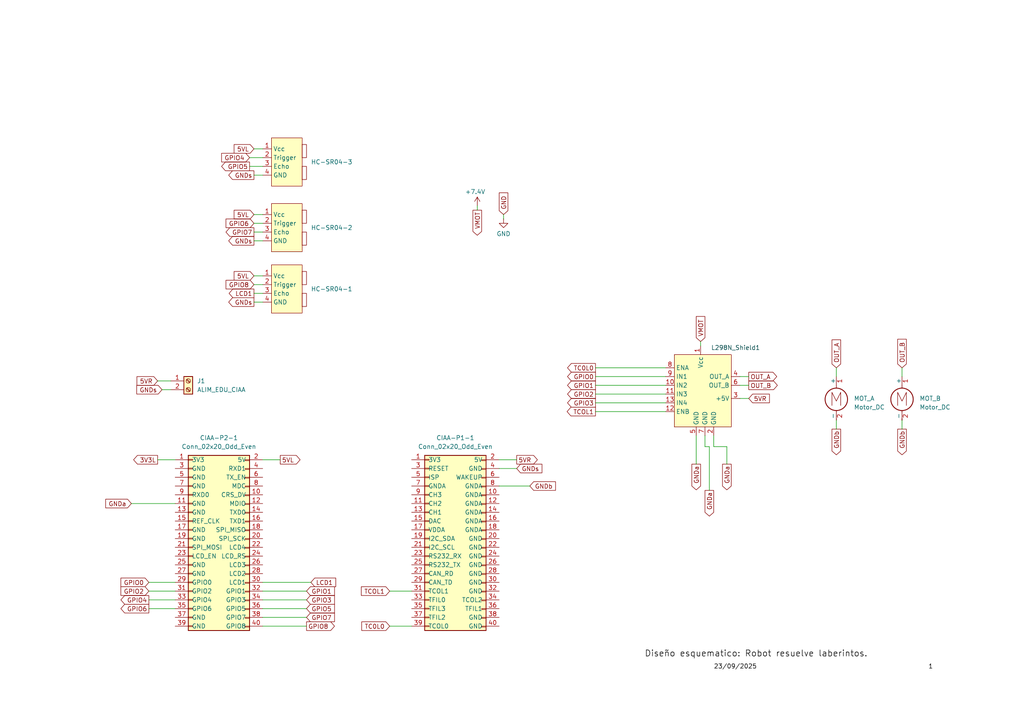
<source format=kicad_sch>
(kicad_sch (version 20250114) (generator "eeschema") (generator_version "9.0")
  (paper "A4")
  (lib_symbols
    (symbol "Connector:Screw_Terminal_01x02" (pin_names (offset 1.016) (hide yes))
      (property "Reference" "J" (at 0 2.54 0))
      (property "Value" "Screw_Terminal_01x02" (at 0 -5.08 0))
      (symbol "Screw_Terminal_01x02_1_1"
        (rectangle (start -1.27 1.27) (end 1.27 -3.81) (stroke (width 0.254)) (fill (type background)))
        (polyline (pts (xy -0.5334 0.3302) (xy 0.3302 -0.508)) (stroke (width 0.1524)))
        (polyline (pts (xy -0.5334 -2.2098) (xy 0.3302 -3.048)) (stroke (width 0.1524)))
        (polyline (pts (xy -0.3556 0.508) (xy 0.508 -0.3302)) (stroke (width 0.1524)))
        (polyline (pts (xy -0.3556 -2.032) (xy 0.508 -2.8702)) (stroke (width 0.1524)))
        (circle (center 0 0) (radius 0.635) (stroke (width 0.1524)))
        (circle (center 0 -2.54) (radius 0.635) (stroke (width 0.1524)))
        (pin passive line (at -5.08 0 0) (length 3.81) (name "Pin_1") (number "1"))
        (pin passive line (at -5.08 -2.54 0) (length 3.81) (name "Pin_2") (number "2"))
      )
    )
    (symbol "New_Library_0:HC-SR04"
      (property "Reference" "HC-SR04" (at 5.842 1.524 0))
      (symbol "HC-SR04_1_1"
        (rectangle (start 1.27 -0.635) (end 10.16 -14.605) (fill (type background)))
        (rectangle (start 10.16 -2.54) (end 11.43 -6.35))
        (rectangle (start 10.16 -8.89) (end 11.43 -12.7))
        (pin power_in line (at -1.27 -3.81 0) (length 2.54) (name "Vcc") (number "1"))
        (pin input line (at -1.27 -6.35 0) (length 2.54) (name "Trigger") (number "2"))
        (pin input line (at -1.27 -8.89 0) (length 2.54) (name "Echo") (number "3"))
        (pin power_in line (at -1.27 -11.43 0) (length 2.54) (name "GND") (number "4"))
      )
    )
    (symbol "New_Library_0:L298N_Shield"
      (property "Reference" "L298N_Shield1" (at 21.59 -14.478 0))
      (symbol "L298N_Shield_1_1"
        (rectangle (start 3.81 -16.51) (end 20.32 -37.465) (fill (type background)))
        (pin input line (at 1.27 -20.32 0) (length 2.54) (name "ENA") (number "8"))
        (pin input line (at 1.27 -22.86 0) (length 2.54) (name "IN1") (number "9"))
        (pin input line (at 1.27 -25.4 0) (length 2.54) (name "IN2") (number "10"))
        (pin input line (at 1.27 -27.94 0) (length 2.54) (name "IN3") (number "11"))
        (pin input line (at 1.27 -30.48 0) (length 2.54) (name "IN4") (number "13"))
        (pin input line (at 1.27 -33.02 0) (length 2.54) (name "ENB") (number "12"))
        (pin output line (at 10.16 -40.005 90) (length 2.54) (name "GND") (number "5"))
        (pin input line (at 11.43 -13.97 270) (length 2.54) (name "Vcc") (number "1"))
        (pin output line (at 12.7 -40.005 90) (length 2.54) (name "GND") (number "7"))
        (pin input line (at 15.24 -40.005 90) (length 2.54) (name "GND") (number "2"))
        (pin output line (at 22.86 -22.86 180) (length 2.54) (name "OUT_A") (number "4"))
        (pin output line (at 22.86 -25.4 180) (length 2.54) (name "OUT_B") (number "6"))
        (pin output line (at 22.86 -29.21 180) (length 2.54) (name "+5V") (number "3"))
      )
    )
    (symbol "New_Library_0:Motor_DC" (pin_names (offset 0))
      (property "Reference" "M" (at 2.54 2.54 0))
      (property "Value" "Motor_DC" (at 2.54 -5.08 0))
      (symbol "Motor_DC_0_0"
        (polyline (pts (xy -1.27 -3.302) (xy -1.27 0.508) (xy 0 -2.032) (xy 1.27 0.508) (xy 1.27 -3.302)))
      )
      (symbol "Motor_DC_0_1"
        (polyline (pts (xy 0 2.032) (xy 0 2.54)))
        (polyline (pts (xy 0 1.7272) (xy 0 2.0828)))
        (circle (center 0 -1.524) (radius 3.2512) (stroke (width 0.254)))
        (polyline (pts (xy 0 -4.7752) (xy 0 -5.1816)))
        (polyline (pts (xy 0 -7.62) (xy 0 -7.112)))
      )
      (symbol "Motor_DC_1_1"
        (pin passive line (at 0 5.08 270) (length 2.54) (name "+") (number "1"))
        (pin passive line (at 0 -7.62 90) (length 2.54) (name "-") (number "2"))
      )
    )
    (symbol "ProyectoTdL:Conn_02x20_Odd_Even_1" (pin_names (offset 1.016))
      (property "Reference" "CIAA-P1-1" (at 6.096 29.21 0))
      (property "Value" "Conn_02x20_Odd_Even" (at 7.366 26.67 0))
      (symbol "Conn_02x20_Odd_Even_1_1_1"
        (rectangle (start -1.27 24.13) (end 16.51 -26.67) (stroke (width 0.254)) (fill (type background)))
        (rectangle (start -1.27 22.987) (end 0 22.733) (stroke (width 0.1524)))
        (rectangle (start -1.27 20.447) (end 0 20.193) (stroke (width 0.1524)))
        (rectangle (start -1.27 17.907) (end 0 17.653) (stroke (width 0.1524)))
        (rectangle (start -1.27 15.367) (end 0 15.113) (stroke (width 0.1524)))
        (rectangle (start -1.27 12.827) (end 0 12.573) (stroke (width 0.1524)))
        (rectangle (start -1.27 10.287) (end 0 10.033) (stroke (width 0.1524)))
        (rectangle (start -1.27 7.747) (end 0 7.493) (stroke (width 0.1524)))
        (rectangle (start -1.27 5.207) (end 0 4.953) (stroke (width 0.1524)))
        (rectangle (start -1.27 2.667) (end 0 2.413) (stroke (width 0.1524)))
        (rectangle (start -1.27 0.127) (end 0 -0.127) (stroke (width 0.1524)))
        (rectangle (start -1.27 -2.413) (end 0 -2.667) (stroke (width 0.1524)))
        (rectangle (start -1.27 -4.953) (end 0 -5.207) (stroke (width 0.1524)))
        (rectangle (start -1.27 -7.493) (end 0 -7.747) (stroke (width 0.1524)))
        (rectangle (start -1.27 -10.033) (end 0 -10.287) (stroke (width 0.1524)))
        (rectangle (start -1.27 -12.573) (end 0 -12.827) (stroke (width 0.1524)))
        (rectangle (start -1.27 -15.113) (end 0 -15.367) (stroke (width 0.1524)))
        (rectangle (start -1.27 -17.653) (end 0 -17.907) (stroke (width 0.1524)))
        (rectangle (start -1.27 -20.193) (end 0 -20.447) (stroke (width 0.1524)))
        (rectangle (start -1.27 -22.733) (end 0 -22.987) (stroke (width 0.1524)))
        (rectangle (start -1.27 -25.273) (end 0 -25.527) (stroke (width 0.1524)))
        (rectangle (start 15.24 22.86) (end 16.51 22.606) (stroke (width 0.1524)))
        (rectangle (start 16.51 20.32) (end 15.24 20.066) (stroke (width 0.1524)))
        (rectangle (start 16.51 17.78) (end 15.24 17.526) (stroke (width 0.1524)))
        (rectangle (start 16.51 15.24) (end 15.24 14.986) (stroke (width 0.1524)))
        (rectangle (start 16.51 12.7) (end 15.24 12.446) (stroke (width 0.1524)))
        (rectangle (start 16.51 10.16) (end 15.24 9.906) (stroke (width 0.1524)))
        (rectangle (start 16.51 7.62) (end 15.24 7.366) (stroke (width 0.1524)))
        (rectangle (start 16.51 5.08) (end 15.24 4.826) (stroke (width 0.1524)))
        (rectangle (start 16.51 2.54) (end 15.24 2.286) (stroke (width 0.1524)))
        (rectangle (start 16.51 0) (end 15.24 -0.254) (stroke (width 0.1524)))
        (rectangle (start 16.51 -2.54) (end 15.24 -2.794) (stroke (width 0.1524)))
        (rectangle (start 16.51 -5.08) (end 15.24 -5.334) (stroke (width 0.1524)))
        (rectangle (start 16.51 -7.62) (end 15.24 -7.874) (stroke (width 0.1524)))
        (rectangle (start 16.51 -10.16) (end 15.24 -10.414) (stroke (width 0.1524)))
        (rectangle (start 16.51 -12.7) (end 15.24 -12.954) (stroke (width 0.1524)))
        (rectangle (start 16.51 -15.24) (end 15.24 -15.494) (stroke (width 0.1524)))
        (rectangle (start 16.51 -17.78) (end 15.24 -18.034) (stroke (width 0.1524)))
        (rectangle (start 16.51 -20.32) (end 15.24 -20.574) (stroke (width 0.1524)))
        (rectangle (start 16.51 -22.86) (end 15.24 -23.114) (stroke (width 0.1524)))
        (rectangle (start 16.51 -25.4) (end 15.24 -25.654) (stroke (width 0.1524)))
        (pin passive line (at -5.08 22.86 0) (length 3.81) (name "3V3") (number "1"))
        (pin passive line (at -5.08 20.32 0) (length 3.81) (name "RESET") (number "3"))
        (pin passive line (at -5.08 17.78 0) (length 3.81) (name "ISP") (number "5"))
        (pin passive line (at -5.08 15.24 0) (length 3.81) (name "GNDA") (number "7"))
        (pin passive line (at -5.08 12.7 0) (length 3.81) (name "CH3") (number "9"))
        (pin passive line (at -5.08 10.16 0) (length 3.81) (name "CH2") (number "11"))
        (pin passive line (at -5.08 7.62 0) (length 3.81) (name "CH1") (number "13"))
        (pin passive line (at -5.08 5.08 0) (length 3.81) (name "DAC") (number "15"))
        (pin passive line (at -5.08 2.54 0) (length 3.81) (name "VDDA") (number "17"))
        (pin passive line (at -5.08 0 0) (length 3.81) (name "I2C_SDA") (number "19"))
        (pin passive line (at -5.08 -2.54 0) (length 3.81) (name "I2C_SCL") (number "21"))
        (pin passive line (at -5.08 -5.08 0) (length 3.81) (name "RS232_RX") (number "23"))
        (pin passive line (at -5.08 -7.62 0) (length 3.81) (name "RS232_TX") (number "25"))
        (pin passive line (at -5.08 -10.16 0) (length 3.81) (name "CAN_RD") (number "27"))
        (pin passive line (at -5.08 -12.7 0) (length 3.81) (name "CAN_TD") (number "29"))
        (pin passive line (at -5.08 -15.24 0) (length 3.81) (name "TCOL1") (number "31"))
        (pin passive line (at -5.08 -17.78 0) (length 3.81) (name "TFIL0") (number "33"))
        (pin passive line (at -5.08 -20.32 0) (length 3.81) (name "TFIL3") (number "35"))
        (pin passive line (at -5.08 -22.86 0) (length 3.81) (name "TFIL2") (number "37"))
        (pin passive line (at -5.08 -25.4 0) (length 3.81) (name "TCOL0") (number "39"))
        (pin passive line (at 20.32 22.86 180) (length 3.81) (name "5V") (number "2"))
        (pin passive line (at 20.32 20.32 180) (length 3.81) (name "GND") (number "4"))
        (pin passive line (at 20.32 17.78 180) (length 3.81) (name "WAKEUP") (number "6"))
        (pin passive line (at 20.32 15.24 180) (length 3.81) (name "GNDA") (number "8"))
        (pin passive line (at 20.32 12.7 180) (length 3.81) (name "GNDA") (number "10"))
        (pin passive line (at 20.32 10.16 180) (length 3.81) (name "GNDA") (number "12"))
        (pin passive line (at 20.32 7.62 180) (length 3.81) (name "GNDA") (number "14"))
        (pin passive line (at 20.32 5.08 180) (length 3.81) (name "GNDA") (number "16"))
        (pin passive line (at 20.32 2.54 180) (length 3.81) (name "GNDA") (number "18"))
        (pin passive line (at 20.32 0 180) (length 3.81) (name "GND") (number "20"))
        (pin passive line (at 20.32 -2.54 180) (length 3.81) (name "GND") (number "22"))
        (pin passive line (at 20.32 -5.08 180) (length 3.81) (name "GND") (number "24"))
        (pin passive line (at 20.32 -7.62 180) (length 3.81) (name "GND") (number "26"))
        (pin passive line (at 20.32 -10.16 180) (length 3.81) (name "GND") (number "28"))
        (pin passive line (at 20.32 -12.7 180) (length 3.81) (name "GND") (number "30"))
        (pin passive line (at 20.32 -15.24 180) (length 3.81) (name "GND") (number "32"))
        (pin passive line (at 20.32 -17.78 180) (length 3.81) (name "TCOL2") (number "34"))
        (pin passive line (at 20.32 -20.32 180) (length 3.81) (name "TFIL1") (number "36"))
        (pin passive line (at 20.32 -22.86 180) (length 3.81) (name "GND") (number "38"))
        (pin passive line (at 20.32 -25.4 180) (length 3.81) (name "GND") (number "40"))
      )
    )
    (symbol "ProyectoTdL:Conn_02x20_Odd_Even_2" (pin_names (offset 1.016))
      (property "Reference" "CIAA-P2-1" (at 8.128 29.21 0))
      (property "Value" "Conn_02x20_Odd_Even" (at 8.636 26.67 0))
      (symbol "Conn_02x20_Odd_Even_2_1_1"
        (rectangle (start -1.27 24.13) (end 16.51 -26.67) (stroke (width 0.254)) (fill (type background)))
        (rectangle (start -1.27 22.987) (end 0 22.733) (stroke (width 0.1524)))
        (rectangle (start -1.27 20.447) (end 0 20.193) (stroke (width 0.1524)))
        (rectangle (start -1.27 17.907) (end 0 17.653) (stroke (width 0.1524)))
        (rectangle (start -1.27 15.367) (end 0 15.113) (stroke (width 0.1524)))
        (rectangle (start -1.27 12.827) (end 0 12.573) (stroke (width 0.1524)))
        (rectangle (start -1.27 10.287) (end 0 10.033) (stroke (width 0.1524)))
        (rectangle (start -1.27 7.747) (end 0 7.493) (stroke (width 0.1524)))
        (rectangle (start -1.27 5.207) (end 0 4.953) (stroke (width 0.1524)))
        (rectangle (start -1.27 2.667) (end 0 2.413) (stroke (width 0.1524)))
        (rectangle (start -1.27 0.127) (end 0 -0.127) (stroke (width 0.1524)))
        (rectangle (start -1.27 -2.413) (end 0 -2.667) (stroke (width 0.1524)))
        (rectangle (start -1.27 -4.953) (end 0 -5.207) (stroke (width 0.1524)))
        (rectangle (start -1.27 -7.493) (end 0 -7.747) (stroke (width 0.1524)))
        (rectangle (start -1.27 -10.033) (end 0 -10.287) (stroke (width 0.1524)))
        (rectangle (start -1.27 -12.573) (end 0 -12.827) (stroke (width 0.1524)))
        (rectangle (start -1.27 -15.113) (end 0 -15.367) (stroke (width 0.1524)))
        (rectangle (start -1.27 -17.653) (end 0 -17.907) (stroke (width 0.1524)))
        (rectangle (start -1.27 -20.193) (end 0 -20.447) (stroke (width 0.1524)))
        (rectangle (start -1.27 -22.733) (end 0 -22.987) (stroke (width 0.1524)))
        (rectangle (start -1.27 -25.273) (end 0 -25.527) (stroke (width 0.1524)))
        (rectangle (start 15.24 22.86) (end 16.51 22.606) (stroke (width 0.1524)))
        (rectangle (start 15.24 0) (end 16.51 -0.254) (stroke (width 0.1524)))
        (rectangle (start 16.51 20.32) (end 15.24 20.066) (stroke (width 0.1524)))
        (rectangle (start 16.51 17.78) (end 15.24 17.526) (stroke (width 0.1524)))
        (rectangle (start 16.51 15.24) (end 15.24 14.986) (stroke (width 0.1524)))
        (rectangle (start 16.51 12.7) (end 15.24 12.446) (stroke (width 0.1524)))
        (rectangle (start 16.51 10.16) (end 15.24 9.906) (stroke (width 0.1524)))
        (rectangle (start 16.51 7.62) (end 15.24 7.366) (stroke (width 0.1524)))
        (rectangle (start 16.51 5.08) (end 15.24 4.826) (stroke (width 0.1524)))
        (rectangle (start 16.51 2.54) (end 15.24 2.286) (stroke (width 0.1524)))
        (rectangle (start 16.51 -2.54) (end 15.24 -2.794) (stroke (width 0.1524)))
        (rectangle (start 16.51 -5.08) (end 15.24 -5.334) (stroke (width 0.1524)))
        (rectangle (start 16.51 -7.62) (end 15.24 -7.874) (stroke (width 0.1524)))
        (rectangle (start 16.51 -10.16) (end 15.24 -10.414) (stroke (width 0.1524)))
        (rectangle (start 16.51 -12.7) (end 15.24 -12.954) (stroke (width 0.1524)))
        (rectangle (start 16.51 -15.24) (end 15.24 -15.494) (stroke (width 0.1524)))
        (rectangle (start 16.51 -17.78) (end 15.24 -18.034) (stroke (width 0.1524)))
        (rectangle (start 16.51 -20.32) (end 15.24 -20.574) (stroke (width 0.1524)))
        (rectangle (start 16.51 -22.86) (end 15.24 -23.114) (stroke (width 0.1524)))
        (rectangle (start 16.51 -25.4) (end 15.24 -25.654) (stroke (width 0.1524)))
        (pin passive line (at -5.08 22.86 0) (length 3.81) (name "3V3") (number "1"))
        (pin passive line (at -5.08 20.32 0) (length 3.81) (name "GND") (number "3"))
        (pin passive line (at -5.08 17.78 0) (length 3.81) (name "GND") (number "5"))
        (pin passive line (at -5.08 15.24 0) (length 3.81) (name "GND") (number "7"))
        (pin passive line (at -5.08 12.7 0) (length 3.81) (name "RXD0") (number "9"))
        (pin passive line (at -5.08 10.16 0) (length 3.81) (name "GND") (number "11"))
        (pin passive line (at -5.08 7.62 0) (length 3.81) (name "GND") (number "13"))
        (pin passive line (at -5.08 5.08 0) (length 3.81) (name "REF_CLK") (number "15"))
        (pin passive line (at -5.08 2.54 0) (length 3.81) (name "GND") (number "17"))
        (pin passive line (at -5.08 0 0) (length 3.81) (name "GND") (number "19"))
        (pin passive line (at -5.08 -2.54 0) (length 3.81) (name "SPI_MOSI") (number "21"))
        (pin passive line (at -5.08 -5.08 0) (length 3.81) (name "LCD_EN") (number "23"))
        (pin passive line (at -5.08 -7.62 0) (length 3.81) (name "GND") (number "25"))
        (pin passive line (at -5.08 -10.16 0) (length 3.81) (name "GND") (number "27"))
        (pin passive line (at -5.08 -12.7 0) (length 3.81) (name "GPIO0") (number "29"))
        (pin passive line (at -5.08 -15.24 0) (length 3.81) (name "GPIO2") (number "31"))
        (pin passive line (at -5.08 -17.78 0) (length 3.81) (name "GPIO4") (number "33"))
        (pin passive line (at -5.08 -20.32 0) (length 3.81) (name "GPIO6") (number "35"))
        (pin passive line (at -5.08 -22.86 0) (length 3.81) (name "GND") (number "37"))
        (pin passive line (at -5.08 -25.4 0) (length 3.81) (name "GND") (number "39"))
        (pin passive line (at 20.32 22.86 180) (length 3.81) (name "5V") (number "2"))
        (pin passive line (at 20.32 20.32 180) (length 3.81) (name "RXD1") (number "4"))
        (pin passive line (at 20.32 17.78 180) (length 3.81) (name "TX_EN") (number "6"))
        (pin passive line (at 20.32 15.24 180) (length 3.81) (name "MDC") (number "8"))
        (pin passive line (at 20.32 12.7 180) (length 3.81) (name "CRS_DV") (number "10"))
        (pin passive line (at 20.32 10.16 180) (length 3.81) (name "MDIO") (number "12"))
        (pin passive line (at 20.32 7.62 180) (length 3.81) (name "TXD0") (number "14"))
        (pin passive line (at 20.32 5.08 180) (length 3.81) (name "TXD1") (number "16"))
        (pin passive line (at 20.32 2.54 180) (length 3.81) (name "SPI_MISO") (number "18"))
        (pin passive line (at 20.32 0 180) (length 3.81) (name "SPI_SCK") (number "20"))
        (pin passive line (at 20.32 -2.54 180) (length 3.81) (name "LCD4") (number "22"))
        (pin passive line (at 20.32 -5.08 180) (length 3.81) (name "LCD_RS") (number "24"))
        (pin passive line (at 20.32 -7.62 180) (length 3.81) (name "LCD3") (number "26"))
        (pin passive line (at 20.32 -10.16 180) (length 3.81) (name "LCD2") (number "28"))
        (pin passive line (at 20.32 -12.7 180) (length 3.81) (name "LCD1") (number "30"))
        (pin passive line (at 20.32 -15.24 180) (length 3.81) (name "GPIO1") (number "32"))
        (pin passive line (at 20.32 -17.78 180) (length 3.81) (name "GPIO3") (number "34"))
        (pin passive line (at 20.32 -20.32 180) (length 3.81) (name "GPIO5") (number "36"))
        (pin passive line (at 20.32 -22.86 180) (length 3.81) (name "GPIO7") (number "38"))
        (pin passive line (at 20.32 -25.4 180) (length 3.81) (name "GPIO8") (number "40"))
      )
    )
    (symbol "power:+3.3V" (power) (pin_numbers (hide yes)) (pin_names (offset 0) (hide yes))
      (property "Value" "+3.3V" (at 0 3.556 0))
      (symbol "+3.3V_0_1"
        (polyline (pts (xy -0.762 1.27) (xy 0 2.54)))
        (polyline (pts (xy 0 2.54) (xy 0.762 1.27)))
        (polyline (pts (xy 0 0) (xy 0 2.54)))
      )
      (symbol "+3.3V_1_1"
        (pin power_in line (at 0 0 90) (length 0) (name "~") (number "1"))
      )
    )
    (symbol "power:GND" (power) (pin_numbers (hide yes)) (pin_names (offset 0) (hide yes))
      (property "Value" "GND" (at 0 -3.81 0))
      (symbol "GND_0_1"
        (polyline (pts (xy 0 0) (xy 0 -1.27) (xy 1.27 -1.27) (xy 0 -2.54) (xy -1.27 -1.27) (xy 0 -1.27)))
      )
      (symbol "GND_1_1"
        (pin power_in line (at 0 0 270) (length 0) (name "~") (number "1"))
      )
    )
  )
  (text "Diseño esquematico: Robot resuelve laberintos.\n" (at 186.944 190.754 0) (effects (font (size 1.778 1.778)) (justify left bottom)))
  (wire (pts (xy 46.99 113.03) (xy 49.53 113.03)))
  (wire (pts (xy 73.66 64.77) (xy 76.2 64.77)))
  (wire (pts (xy 172.72 109.22) (xy 193.04 109.22)))
  (wire (pts (xy 242.57 106.68) (xy 242.57 109.22)))
  (wire (pts (xy 242.57 121.92) (xy 242.57 124.46)))
  (wire (pts (xy 73.66 43.18) (xy 76.2 43.18)))
  (wire (pts (xy 172.72 106.68) (xy 193.04 106.68)))
  (wire (pts (xy 172.72 119.38) (xy 193.04 119.38)))
  (wire (pts (xy 76.2 168.91) (xy 90.17 168.91)))
  (wire (pts (xy 144.78 133.35) (xy 149.86 133.35)))
  (wire (pts (xy 43.18 173.99) (xy 50.8 173.99)))
  (wire (pts (xy 261.62 106.68) (xy 261.62 109.22)))
  (wire (pts (xy 203.2 99.06) (xy 203.2 100.33)))
  (wire (pts (xy 45.72 133.35) (xy 50.8 133.35)))
  (wire (pts (xy 172.72 111.76) (xy 193.04 111.76)))
  (wire (pts (xy 76.2 173.99) (xy 88.9 173.99)))
  (wire (pts (xy 43.18 176.53) (xy 50.8 176.53)))
  (wire (pts (xy 214.63 111.76) (xy 217.17 111.76)))
  (wire (pts (xy 73.66 69.85) (xy 76.2 69.85)))
  (wire (pts (xy 43.18 168.91) (xy 50.8 168.91)))
  (wire (pts (xy 204.47 126.365) (xy 204.47 129.54)))
  (wire (pts (xy 261.62 121.92) (xy 261.62 124.46)))
  (wire (pts (xy 210.82 129.54) (xy 210.82 134.62)))
  (wire (pts (xy 149.86 135.89) (xy 144.78 135.89)))
  (wire (pts (xy 73.66 67.31) (xy 76.2 67.31)))
  (wire (pts (xy 172.72 116.84) (xy 193.04 116.84)))
  (wire (pts (xy 76.2 171.45) (xy 88.9 171.45)))
  (wire (pts (xy 113.03 171.45) (xy 119.38 171.45)))
  (wire (pts (xy 207.01 129.54) (xy 210.82 129.54)))
  (wire (pts (xy 76.2 179.07) (xy 88.9 179.07)))
  (wire (pts (xy 204.47 129.54) (xy 205.74 129.54)))
  (wire (pts (xy 205.74 129.54) (xy 205.74 142.24)))
  (wire (pts (xy 72.39 45.72) (xy 76.2 45.72)))
  (wire (pts (xy 113.03 181.61) (xy 119.38 181.61)))
  (wire (pts (xy 73.66 80.01) (xy 76.2 80.01)))
  (wire (pts (xy 45.72 110.49) (xy 49.53 110.49)))
  (wire (pts (xy 207.01 126.365) (xy 207.01 129.54)))
  (wire (pts (xy 201.93 126.365) (xy 201.93 134.62)))
  (wire (pts (xy 76.2 176.53) (xy 88.9 176.53)))
  (wire (pts (xy 81.28 133.35) (xy 76.2 133.35)))
  (wire (pts (xy 73.66 87.63) (xy 76.2 87.63)))
  (wire (pts (xy 172.72 114.3) (xy 193.04 114.3)))
  (wire (pts (xy 76.2 181.61) (xy 88.9 181.61)))
  (wire (pts (xy 138.43 59.69) (xy 138.43 60.96)))
  (wire (pts (xy 144.78 140.97) (xy 153.67 140.97)))
  (wire (pts (xy 43.18 171.45) (xy 50.8 171.45)))
  (wire (pts (xy 73.66 82.55) (xy 76.2 82.55)))
  (wire (pts (xy 73.66 85.09) (xy 76.2 85.09)))
  (wire (pts (xy 72.39 48.26) (xy 76.2 48.26)))
  (wire (pts (xy 214.63 115.57) (xy 217.17 115.57)))
  (wire (pts (xy 73.66 50.8) (xy 76.2 50.8)))
  (wire (pts (xy 214.63 109.22) (xy 217.17 109.22)))
  (wire (pts (xy 38.1 146.05) (xy 50.8 146.05)))
  (wire (pts (xy 146.05 62.23) (xy 146.05 63.5)))
  (wire (pts (xy 73.66 62.23) (xy 76.2 62.23)))
  (label "23{slash}09{slash}2025" (at 207.01 194.31 0))
  (label "1" (at 269.24 194.31 0))
  (global_label "GNDa" (shape output) (at 210.82 134.62 270) (property "Intersheetrefs" "${INTERSHEET_REFS}" (effects (hide yes))))
  (global_label "OUT_A" (shape input) (at 242.57 106.68 90) (property "Intersheetrefs" "${INTERSHEET_REFS}" (effects (hide yes))))
  (global_label "3V3L" (shape output) (at 45.72 133.35 180) (property "Intersheetrefs" "${INTERSHEET_REFS}" (effects (hide yes))))
  (global_label "GPIO6" (shape output) (at 43.18 176.53 180) (property "Intersheetrefs" "${INTERSHEET_REFS}" (effects (hide yes))))
  (global_label "GNDb" (shape input) (at 153.67 140.97 0) (property "Intersheetrefs" "${INTERSHEET_REFS}" (effects (hide yes))))
  (global_label "GPIO2" (shape output) (at 172.72 114.3 180) (property "Intersheetrefs" "${INTERSHEET_REFS}" (effects (hide yes))))
  (global_label "TC0L0" (shape input) (at 113.03 181.61 180) (property "Intersheetrefs" "${INTERSHEET_REFS}" (effects (hide yes))))
  (global_label "OUT_B" (shape input) (at 261.62 106.68 90) (property "Intersheetrefs" "${INTERSHEET_REFS}" (effects (hide yes))))
  (global_label "GPIO1" (shape output) (at 172.72 111.76 180) (property "Intersheetrefs" "${INTERSHEET_REFS}" (effects (hide yes))))
  (global_label "5VL" (shape output) (at 81.28 133.35 0) (property "Intersheetrefs" "${INTERSHEET_REFS}" (effects (hide yes))))
  (global_label "VMOT" (shape input) (at 203.2 99.06 90) (property "Intersheetrefs" "${INTERSHEET_REFS}" (effects (hide yes))))
  (global_label "GPIO6" (shape input) (at 73.66 64.77 180) (property "Intersheetrefs" "${INTERSHEET_REFS}" (effects (hide yes))))
  (global_label "GNDb" (shape output) (at 242.57 124.46 270) (property "Intersheetrefs" "${INTERSHEET_REFS}" (effects (hide yes))))
  (global_label "GNDs" (shape output) (at 73.66 50.8 180) (property "Intersheetrefs" "${INTERSHEET_REFS}" (effects (hide yes))))
  (global_label "GNDs" (shape output) (at 73.66 69.85 180) (property "Intersheetrefs" "${INTERSHEET_REFS}" (effects (hide yes))))
  (global_label "5VL" (shape input) (at 73.66 80.01 180) (property "Intersheetrefs" "${INTERSHEET_REFS}" (effects (hide yes))))
  (global_label "GPIO4" (shape output) (at 43.18 173.99 180) (property "Intersheetrefs" "${INTERSHEET_REFS}" (effects (hide yes))))
  (global_label "5VR" (shape output) (at 149.86 133.35 0) (property "Intersheetrefs" "${INTERSHEET_REFS}" (effects (hide yes))))
  (global_label "TCOL1" (shape input) (at 113.03 171.45 180) (property "Intersheetrefs" "${INTERSHEET_REFS}" (effects (hide yes))))
  (global_label "GPIO3" (shape output) (at 172.72 116.84 180) (property "Intersheetrefs" "${INTERSHEET_REFS}" (effects (hide yes))))
  (global_label "GPIO2" (shape input) (at 43.18 171.45 180) (property "Intersheetrefs" "${INTERSHEET_REFS}" (effects (hide yes))))
  (global_label "GPIO7" (shape output) (at 73.66 67.31 180) (property "Intersheetrefs" "${INTERSHEET_REFS}" (effects (hide yes))))
  (global_label "TCOL1" (shape output) (at 172.72 119.38 180) (property "Intersheetrefs" "${INTERSHEET_REFS}" (effects (hide yes))))
  (global_label "GPIO0" (shape input) (at 43.18 168.91 180) (property "Intersheetrefs" "${INTERSHEET_REFS}" (effects (hide yes))))
  (global_label "GNDa" (shape output) (at 205.74 142.24 270) (property "Intersheetrefs" "${INTERSHEET_REFS}" (effects (hide yes))))
  (global_label "GPIO4" (shape input) (at 72.39 45.72 180) (property "Intersheetrefs" "${INTERSHEET_REFS}" (effects (hide yes))))
  (global_label "5VR" (shape input) (at 217.17 115.57 0) (property "Intersheetrefs" "${INTERSHEET_REFS}" (effects (hide yes))))
  (global_label "GNDa" (shape input) (at 38.1 146.05 180) (property "Intersheetrefs" "${INTERSHEET_REFS}" (effects (hide yes))))
  (global_label "GPIO7" (shape input) (at 88.9 179.07 0) (property "Intersheetrefs" "${INTERSHEET_REFS}" (effects (hide yes))))
  (global_label "GPIO5" (shape input) (at 88.9 176.53 0) (property "Intersheetrefs" "${INTERSHEET_REFS}" (effects (hide yes))))
  (global_label "TC0L0" (shape output) (at 172.72 106.68 180) (property "Intersheetrefs" "${INTERSHEET_REFS}" (effects (hide yes))))
  (global_label "GPIO8" (shape input) (at 73.66 82.55 180) (property "Intersheetrefs" "${INTERSHEET_REFS}" (effects (hide yes))))
  (global_label "OUT_A" (shape output) (at 217.17 109.22 0) (property "Intersheetrefs" "${INTERSHEET_REFS}" (effects (hide yes))))
  (global_label "VMOT" (shape output) (at 138.43 60.96 270) (property "Intersheetrefs" "${INTERSHEET_REFS}" (effects (hide yes))))
  (global_label "LCD1" (shape output) (at 73.66 85.09 180) (property "Intersheetrefs" "${INTERSHEET_REFS}" (effects (hide yes))))
  (global_label "GPIO1" (shape input) (at 88.9 171.45 0) (property "Intersheetrefs" "${INTERSHEET_REFS}" (effects (hide yes))))
  (global_label "GNDs" (shape input) (at 46.99 113.03 180) (property "Intersheetrefs" "${INTERSHEET_REFS}" (effects (hide yes))))
  (global_label "5VL" (shape input) (at 73.66 62.23 180) (property "Intersheetrefs" "${INTERSHEET_REFS}" (effects (hide yes))))
  (global_label "GNDa" (shape output) (at 201.93 134.62 270) (property "Intersheetrefs" "${INTERSHEET_REFS}" (effects (hide yes))))
  (global_label "OUT_B" (shape output) (at 217.17 111.76 0) (property "Intersheetrefs" "${INTERSHEET_REFS}" (effects (hide yes))))
  (global_label "LCD1" (shape input) (at 90.17 168.91 0) (property "Intersheetrefs" "${INTERSHEET_REFS}" (effects (hide yes))))
  (global_label "GPIO0" (shape output) (at 172.72 109.22 180) (property "Intersheetrefs" "${INTERSHEET_REFS}" (effects (hide yes))))
  (global_label "GPIO8" (shape output) (at 88.9 181.61 0) (property "Intersheetrefs" "${INTERSHEET_REFS}" (effects (hide yes))))
  (global_label "5VL" (shape input) (at 73.66 43.18 180) (property "Intersheetrefs" "${INTERSHEET_REFS}" (effects (hide yes))))
  (global_label "GNDs" (shape input) (at 149.86 135.89 0) (property "Intersheetrefs" "${INTERSHEET_REFS}" (effects (hide yes))))
  (global_label "GPIO5" (shape output) (at 72.39 48.26 180) (property "Intersheetrefs" "${INTERSHEET_REFS}" (effects (hide yes))))
  (global_label "5VR" (shape input) (at 45.72 110.49 180) (property "Intersheetrefs" "${INTERSHEET_REFS}" (effects (hide yes))))
  (global_label "GND" (shape input) (at 146.05 62.23 90) (property "Intersheetrefs" "${INTERSHEET_REFS}" (effects (hide yes))))
  (global_label "GNDb" (shape output) (at 261.62 124.46 270) (property "Intersheetrefs" "${INTERSHEET_REFS}" (effects (hide yes))))
  (global_label "GPIO3" (shape input) (at 88.9 173.99 0) (property "Intersheetrefs" "${INTERSHEET_REFS}" (effects (hide yes))))
  (global_label "GNDs" (shape output) (at 73.66 87.63 180) (property "Intersheetrefs" "${INTERSHEET_REFS}" (effects (hide yes))))
  (symbol (lib_id "power:GND") (at 146.05 63.5 0) (unit 1)
    (property "Reference" "#PWR02" (effects (hide yes)))
    (property "Value" "GND" (at 146.05 67.818 0))
    (property "Description" "Power symbol creates a global label with name \"GND\" , ground" (effects (hide yes)))
  )
  (symbol (lib_id "New_Library_0:HC-SR04") (at 77.47 58.42 0) (unit 1)
    (property "Reference" "HC-SR04-2" (at 90.17 66.0399 0) (effects (justify left)))
    (property "Value" "HC-SR04" (effects (hide yes)))
  )
  (symbol (lib_id "New_Library_0:L298N_Shield") (at 191.77 86.36 0) (unit 1)
    (property "Reference" "L298N_Shield1" (at 213.36 100.838 0))
    (property "Value" "L298N_Shield1" (effects (hide yes)))
  )
  (symbol (lib_id "power:+3.3V") (at 138.43 59.69 0) (unit 1)
    (property "Reference" "#PWR01" (effects (hide yes)))
    (property "Value" "+7.4V" (at 134.874 55.626 0) (effects (justify left)))
    (property "Description" "Power symbol creates a global label with name \"+3.3V\"" (effects (hide yes)))
  )
  (symbol (lib_id "New_Library_0:Motor_DC") (at 242.57 114.3 0) (unit 1)
    (property "Reference" "MOT_A" (at 247.65 115.5699 0) (effects (justify left)))
    (property "Value" "Motor_DC" (at 247.65 118.1099 0) (effects (justify left)))
    (property "Description" "DC Motor" (effects (hide yes)))
  )
  (symbol (lib_id "ProyectoTdL:Conn_02x20_Odd_Even_1") (at 124.46 156.21 0) (unit 1)
    (property "Reference" "CIAA-P1-1" (at 132.08 127 0))
    (property "Value" "Conn_02x20_Odd_Even" (at 132.08 129.54 0))
    (property "Footprint" "ProyectoTdL:Tira_P1_CIAA" (effects (hide yes)))
    (property "Description" "Generic connector, double row, 02x20, odd/even pin numbering scheme (row 1 odd numbers, row 2 even numbers), script generated (kicad-library-utils/schlib/autogen/connector/)" (effects (hide yes)))
  )
  (symbol (lib_id "New_Library_0:HC-SR04") (at 77.47 39.37 0) (unit 1)
    (property "Reference" "HC-SR04-3" (at 90.17 46.9899 0) (effects (justify left)))
    (property "Value" "HC-SR04" (effects (hide yes)))
  )
  (symbol (lib_id "Connector:Screw_Terminal_01x02") (at 54.61 110.49 0) (unit 1)
    (property "Reference" "J1" (at 57.15 110.4899 0) (effects (justify left)))
    (property "Value" "ALIM_EDU_CIAA" (at 57.15 113.0299 0) (effects (justify left)))
    (property "Description" "Generic screw terminal, single row, 01x02, script generated (kicad-library-utils/schlib/autogen/connector/)" (effects (hide yes)))
  )
  (symbol (lib_id "New_Library_0:HC-SR04") (at 77.47 76.2 0) (unit 1)
    (property "Reference" "HC-SR04-1" (at 90.17 83.8199 0) (effects (justify left)))
    (property "Value" "HC-SR04" (effects (hide yes)))
  )
  (symbol (lib_id "New_Library_0:Motor_DC") (at 261.62 114.3 0) (unit 1)
    (property "Reference" "MOT_B" (at 266.7 115.5699 0) (effects (justify left)))
    (property "Value" "Motor_DC" (at 266.7 118.1099 0) (effects (justify left)))
    (property "Description" "DC Motor" (effects (hide yes)))
  )
  (symbol (lib_id "ProyectoTdL:Conn_02x20_Odd_Even_2") (at 55.88 156.21 0) (unit 1)
    (property "Reference" "CIAA-P2-1" (at 63.5 127 0))
    (property "Value" "Conn_02x20_Odd_Even" (at 63.5 129.54 0))
    (property "Footprint" "ProyectoTdL:Tira_P2_CIAA" (effects (hide yes)))
    (property "Description" "Generic connector, double row, 02x20, odd/even pin numbering scheme (row 1 odd numbers, row 2 even numbers), script generated (kicad-library-utils/schlib/autogen/connector/)" (effects (hide yes)))
  )
)
</source>
